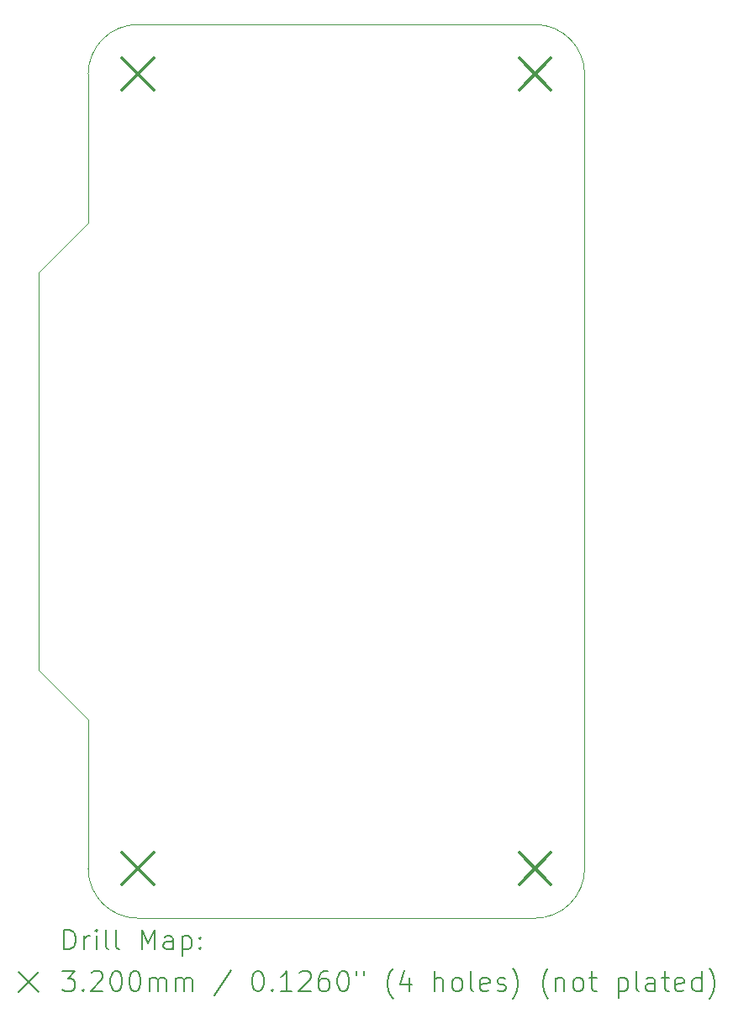
<source format=gbr>
%TF.GenerationSoftware,KiCad,Pcbnew,8.0.5*%
%TF.CreationDate,2024-10-10T20:56:25-06:00*%
%TF.ProjectId,PancakeCNCPCB,50616e63-616b-4654-934e-435043422e6b,rev?*%
%TF.SameCoordinates,Original*%
%TF.FileFunction,Drillmap*%
%TF.FilePolarity,Positive*%
%FSLAX45Y45*%
G04 Gerber Fmt 4.5, Leading zero omitted, Abs format (unit mm)*
G04 Created by KiCad (PCBNEW 8.0.5) date 2024-10-10 20:56:25*
%MOMM*%
%LPD*%
G01*
G04 APERTURE LIST*
%ADD10C,0.050000*%
%ADD11C,0.200000*%
%ADD12C,0.320000*%
G04 APERTURE END LIST*
D10*
X2300000Y-7100000D02*
X2300000Y-11100000D01*
X2800000Y-6600000D02*
X2300000Y-7100000D01*
X2800000Y-5100000D02*
X2800000Y-6600000D01*
X2800000Y-11600000D02*
X2300000Y-11100000D01*
X2800000Y-13100000D02*
X2800000Y-11600000D01*
X7300000Y-4600000D02*
X3300000Y-4600000D01*
X7300000Y-4600000D02*
G75*
G02*
X7800000Y-5100000I0J-500000D01*
G01*
X7800000Y-13100000D02*
X7800000Y-5100000D01*
X7800000Y-13100000D02*
G75*
G02*
X7300000Y-13600000I-500000J0D01*
G01*
X3300000Y-13600000D02*
X7300000Y-13600000D01*
X3300000Y-13600000D02*
G75*
G02*
X2800000Y-13100000I0J500000D01*
G01*
X2800000Y-5100000D02*
G75*
G02*
X3300000Y-4600000I500000J0D01*
G01*
D11*
D12*
X3140000Y-4940000D02*
X3460000Y-5260000D01*
X3460000Y-4940000D02*
X3140000Y-5260000D01*
X3140000Y-12940000D02*
X3460000Y-13260000D01*
X3460000Y-12940000D02*
X3140000Y-13260000D01*
X7140000Y-4940000D02*
X7460000Y-5260000D01*
X7460000Y-4940000D02*
X7140000Y-5260000D01*
X7140000Y-12940000D02*
X7460000Y-13260000D01*
X7460000Y-12940000D02*
X7140000Y-13260000D01*
D11*
X2558277Y-13913984D02*
X2558277Y-13713984D01*
X2558277Y-13713984D02*
X2605896Y-13713984D01*
X2605896Y-13713984D02*
X2634467Y-13723508D01*
X2634467Y-13723508D02*
X2653515Y-13742555D01*
X2653515Y-13742555D02*
X2663039Y-13761603D01*
X2663039Y-13761603D02*
X2672563Y-13799698D01*
X2672563Y-13799698D02*
X2672563Y-13828269D01*
X2672563Y-13828269D02*
X2663039Y-13866365D01*
X2663039Y-13866365D02*
X2653515Y-13885412D01*
X2653515Y-13885412D02*
X2634467Y-13904460D01*
X2634467Y-13904460D02*
X2605896Y-13913984D01*
X2605896Y-13913984D02*
X2558277Y-13913984D01*
X2758277Y-13913984D02*
X2758277Y-13780650D01*
X2758277Y-13818746D02*
X2767801Y-13799698D01*
X2767801Y-13799698D02*
X2777324Y-13790174D01*
X2777324Y-13790174D02*
X2796372Y-13780650D01*
X2796372Y-13780650D02*
X2815420Y-13780650D01*
X2882086Y-13913984D02*
X2882086Y-13780650D01*
X2882086Y-13713984D02*
X2872562Y-13723508D01*
X2872562Y-13723508D02*
X2882086Y-13733031D01*
X2882086Y-13733031D02*
X2891610Y-13723508D01*
X2891610Y-13723508D02*
X2882086Y-13713984D01*
X2882086Y-13713984D02*
X2882086Y-13733031D01*
X3005896Y-13913984D02*
X2986848Y-13904460D01*
X2986848Y-13904460D02*
X2977324Y-13885412D01*
X2977324Y-13885412D02*
X2977324Y-13713984D01*
X3110658Y-13913984D02*
X3091610Y-13904460D01*
X3091610Y-13904460D02*
X3082086Y-13885412D01*
X3082086Y-13885412D02*
X3082086Y-13713984D01*
X3339229Y-13913984D02*
X3339229Y-13713984D01*
X3339229Y-13713984D02*
X3405896Y-13856841D01*
X3405896Y-13856841D02*
X3472562Y-13713984D01*
X3472562Y-13713984D02*
X3472562Y-13913984D01*
X3653515Y-13913984D02*
X3653515Y-13809222D01*
X3653515Y-13809222D02*
X3643991Y-13790174D01*
X3643991Y-13790174D02*
X3624943Y-13780650D01*
X3624943Y-13780650D02*
X3586848Y-13780650D01*
X3586848Y-13780650D02*
X3567801Y-13790174D01*
X3653515Y-13904460D02*
X3634467Y-13913984D01*
X3634467Y-13913984D02*
X3586848Y-13913984D01*
X3586848Y-13913984D02*
X3567801Y-13904460D01*
X3567801Y-13904460D02*
X3558277Y-13885412D01*
X3558277Y-13885412D02*
X3558277Y-13866365D01*
X3558277Y-13866365D02*
X3567801Y-13847317D01*
X3567801Y-13847317D02*
X3586848Y-13837793D01*
X3586848Y-13837793D02*
X3634467Y-13837793D01*
X3634467Y-13837793D02*
X3653515Y-13828269D01*
X3748753Y-13780650D02*
X3748753Y-13980650D01*
X3748753Y-13790174D02*
X3767801Y-13780650D01*
X3767801Y-13780650D02*
X3805896Y-13780650D01*
X3805896Y-13780650D02*
X3824943Y-13790174D01*
X3824943Y-13790174D02*
X3834467Y-13799698D01*
X3834467Y-13799698D02*
X3843991Y-13818746D01*
X3843991Y-13818746D02*
X3843991Y-13875888D01*
X3843991Y-13875888D02*
X3834467Y-13894936D01*
X3834467Y-13894936D02*
X3824943Y-13904460D01*
X3824943Y-13904460D02*
X3805896Y-13913984D01*
X3805896Y-13913984D02*
X3767801Y-13913984D01*
X3767801Y-13913984D02*
X3748753Y-13904460D01*
X3929705Y-13894936D02*
X3939229Y-13904460D01*
X3939229Y-13904460D02*
X3929705Y-13913984D01*
X3929705Y-13913984D02*
X3920182Y-13904460D01*
X3920182Y-13904460D02*
X3929705Y-13894936D01*
X3929705Y-13894936D02*
X3929705Y-13913984D01*
X3929705Y-13790174D02*
X3939229Y-13799698D01*
X3939229Y-13799698D02*
X3929705Y-13809222D01*
X3929705Y-13809222D02*
X3920182Y-13799698D01*
X3920182Y-13799698D02*
X3929705Y-13790174D01*
X3929705Y-13790174D02*
X3929705Y-13809222D01*
X2097500Y-14142500D02*
X2297500Y-14342500D01*
X2297500Y-14142500D02*
X2097500Y-14342500D01*
X2539229Y-14133984D02*
X2663039Y-14133984D01*
X2663039Y-14133984D02*
X2596372Y-14210174D01*
X2596372Y-14210174D02*
X2624944Y-14210174D01*
X2624944Y-14210174D02*
X2643991Y-14219698D01*
X2643991Y-14219698D02*
X2653515Y-14229222D01*
X2653515Y-14229222D02*
X2663039Y-14248269D01*
X2663039Y-14248269D02*
X2663039Y-14295888D01*
X2663039Y-14295888D02*
X2653515Y-14314936D01*
X2653515Y-14314936D02*
X2643991Y-14324460D01*
X2643991Y-14324460D02*
X2624944Y-14333984D01*
X2624944Y-14333984D02*
X2567801Y-14333984D01*
X2567801Y-14333984D02*
X2548753Y-14324460D01*
X2548753Y-14324460D02*
X2539229Y-14314936D01*
X2748753Y-14314936D02*
X2758277Y-14324460D01*
X2758277Y-14324460D02*
X2748753Y-14333984D01*
X2748753Y-14333984D02*
X2739229Y-14324460D01*
X2739229Y-14324460D02*
X2748753Y-14314936D01*
X2748753Y-14314936D02*
X2748753Y-14333984D01*
X2834467Y-14153031D02*
X2843991Y-14143508D01*
X2843991Y-14143508D02*
X2863039Y-14133984D01*
X2863039Y-14133984D02*
X2910658Y-14133984D01*
X2910658Y-14133984D02*
X2929705Y-14143508D01*
X2929705Y-14143508D02*
X2939229Y-14153031D01*
X2939229Y-14153031D02*
X2948753Y-14172079D01*
X2948753Y-14172079D02*
X2948753Y-14191127D01*
X2948753Y-14191127D02*
X2939229Y-14219698D01*
X2939229Y-14219698D02*
X2824943Y-14333984D01*
X2824943Y-14333984D02*
X2948753Y-14333984D01*
X3072562Y-14133984D02*
X3091610Y-14133984D01*
X3091610Y-14133984D02*
X3110658Y-14143508D01*
X3110658Y-14143508D02*
X3120182Y-14153031D01*
X3120182Y-14153031D02*
X3129705Y-14172079D01*
X3129705Y-14172079D02*
X3139229Y-14210174D01*
X3139229Y-14210174D02*
X3139229Y-14257793D01*
X3139229Y-14257793D02*
X3129705Y-14295888D01*
X3129705Y-14295888D02*
X3120182Y-14314936D01*
X3120182Y-14314936D02*
X3110658Y-14324460D01*
X3110658Y-14324460D02*
X3091610Y-14333984D01*
X3091610Y-14333984D02*
X3072562Y-14333984D01*
X3072562Y-14333984D02*
X3053515Y-14324460D01*
X3053515Y-14324460D02*
X3043991Y-14314936D01*
X3043991Y-14314936D02*
X3034467Y-14295888D01*
X3034467Y-14295888D02*
X3024943Y-14257793D01*
X3024943Y-14257793D02*
X3024943Y-14210174D01*
X3024943Y-14210174D02*
X3034467Y-14172079D01*
X3034467Y-14172079D02*
X3043991Y-14153031D01*
X3043991Y-14153031D02*
X3053515Y-14143508D01*
X3053515Y-14143508D02*
X3072562Y-14133984D01*
X3263039Y-14133984D02*
X3282086Y-14133984D01*
X3282086Y-14133984D02*
X3301134Y-14143508D01*
X3301134Y-14143508D02*
X3310658Y-14153031D01*
X3310658Y-14153031D02*
X3320182Y-14172079D01*
X3320182Y-14172079D02*
X3329705Y-14210174D01*
X3329705Y-14210174D02*
X3329705Y-14257793D01*
X3329705Y-14257793D02*
X3320182Y-14295888D01*
X3320182Y-14295888D02*
X3310658Y-14314936D01*
X3310658Y-14314936D02*
X3301134Y-14324460D01*
X3301134Y-14324460D02*
X3282086Y-14333984D01*
X3282086Y-14333984D02*
X3263039Y-14333984D01*
X3263039Y-14333984D02*
X3243991Y-14324460D01*
X3243991Y-14324460D02*
X3234467Y-14314936D01*
X3234467Y-14314936D02*
X3224943Y-14295888D01*
X3224943Y-14295888D02*
X3215420Y-14257793D01*
X3215420Y-14257793D02*
X3215420Y-14210174D01*
X3215420Y-14210174D02*
X3224943Y-14172079D01*
X3224943Y-14172079D02*
X3234467Y-14153031D01*
X3234467Y-14153031D02*
X3243991Y-14143508D01*
X3243991Y-14143508D02*
X3263039Y-14133984D01*
X3415420Y-14333984D02*
X3415420Y-14200650D01*
X3415420Y-14219698D02*
X3424943Y-14210174D01*
X3424943Y-14210174D02*
X3443991Y-14200650D01*
X3443991Y-14200650D02*
X3472563Y-14200650D01*
X3472563Y-14200650D02*
X3491610Y-14210174D01*
X3491610Y-14210174D02*
X3501134Y-14229222D01*
X3501134Y-14229222D02*
X3501134Y-14333984D01*
X3501134Y-14229222D02*
X3510658Y-14210174D01*
X3510658Y-14210174D02*
X3529705Y-14200650D01*
X3529705Y-14200650D02*
X3558277Y-14200650D01*
X3558277Y-14200650D02*
X3577324Y-14210174D01*
X3577324Y-14210174D02*
X3586848Y-14229222D01*
X3586848Y-14229222D02*
X3586848Y-14333984D01*
X3682086Y-14333984D02*
X3682086Y-14200650D01*
X3682086Y-14219698D02*
X3691610Y-14210174D01*
X3691610Y-14210174D02*
X3710658Y-14200650D01*
X3710658Y-14200650D02*
X3739229Y-14200650D01*
X3739229Y-14200650D02*
X3758277Y-14210174D01*
X3758277Y-14210174D02*
X3767801Y-14229222D01*
X3767801Y-14229222D02*
X3767801Y-14333984D01*
X3767801Y-14229222D02*
X3777324Y-14210174D01*
X3777324Y-14210174D02*
X3796372Y-14200650D01*
X3796372Y-14200650D02*
X3824943Y-14200650D01*
X3824943Y-14200650D02*
X3843991Y-14210174D01*
X3843991Y-14210174D02*
X3853515Y-14229222D01*
X3853515Y-14229222D02*
X3853515Y-14333984D01*
X4243991Y-14124460D02*
X4072563Y-14381603D01*
X4501134Y-14133984D02*
X4520182Y-14133984D01*
X4520182Y-14133984D02*
X4539229Y-14143508D01*
X4539229Y-14143508D02*
X4548753Y-14153031D01*
X4548753Y-14153031D02*
X4558277Y-14172079D01*
X4558277Y-14172079D02*
X4567801Y-14210174D01*
X4567801Y-14210174D02*
X4567801Y-14257793D01*
X4567801Y-14257793D02*
X4558277Y-14295888D01*
X4558277Y-14295888D02*
X4548753Y-14314936D01*
X4548753Y-14314936D02*
X4539229Y-14324460D01*
X4539229Y-14324460D02*
X4520182Y-14333984D01*
X4520182Y-14333984D02*
X4501134Y-14333984D01*
X4501134Y-14333984D02*
X4482087Y-14324460D01*
X4482087Y-14324460D02*
X4472563Y-14314936D01*
X4472563Y-14314936D02*
X4463039Y-14295888D01*
X4463039Y-14295888D02*
X4453515Y-14257793D01*
X4453515Y-14257793D02*
X4453515Y-14210174D01*
X4453515Y-14210174D02*
X4463039Y-14172079D01*
X4463039Y-14172079D02*
X4472563Y-14153031D01*
X4472563Y-14153031D02*
X4482087Y-14143508D01*
X4482087Y-14143508D02*
X4501134Y-14133984D01*
X4653515Y-14314936D02*
X4663039Y-14324460D01*
X4663039Y-14324460D02*
X4653515Y-14333984D01*
X4653515Y-14333984D02*
X4643991Y-14324460D01*
X4643991Y-14324460D02*
X4653515Y-14314936D01*
X4653515Y-14314936D02*
X4653515Y-14333984D01*
X4853515Y-14333984D02*
X4739229Y-14333984D01*
X4796372Y-14333984D02*
X4796372Y-14133984D01*
X4796372Y-14133984D02*
X4777325Y-14162555D01*
X4777325Y-14162555D02*
X4758277Y-14181603D01*
X4758277Y-14181603D02*
X4739229Y-14191127D01*
X4929706Y-14153031D02*
X4939229Y-14143508D01*
X4939229Y-14143508D02*
X4958277Y-14133984D01*
X4958277Y-14133984D02*
X5005896Y-14133984D01*
X5005896Y-14133984D02*
X5024944Y-14143508D01*
X5024944Y-14143508D02*
X5034468Y-14153031D01*
X5034468Y-14153031D02*
X5043991Y-14172079D01*
X5043991Y-14172079D02*
X5043991Y-14191127D01*
X5043991Y-14191127D02*
X5034468Y-14219698D01*
X5034468Y-14219698D02*
X4920182Y-14333984D01*
X4920182Y-14333984D02*
X5043991Y-14333984D01*
X5215420Y-14133984D02*
X5177325Y-14133984D01*
X5177325Y-14133984D02*
X5158277Y-14143508D01*
X5158277Y-14143508D02*
X5148753Y-14153031D01*
X5148753Y-14153031D02*
X5129706Y-14181603D01*
X5129706Y-14181603D02*
X5120182Y-14219698D01*
X5120182Y-14219698D02*
X5120182Y-14295888D01*
X5120182Y-14295888D02*
X5129706Y-14314936D01*
X5129706Y-14314936D02*
X5139229Y-14324460D01*
X5139229Y-14324460D02*
X5158277Y-14333984D01*
X5158277Y-14333984D02*
X5196372Y-14333984D01*
X5196372Y-14333984D02*
X5215420Y-14324460D01*
X5215420Y-14324460D02*
X5224944Y-14314936D01*
X5224944Y-14314936D02*
X5234468Y-14295888D01*
X5234468Y-14295888D02*
X5234468Y-14248269D01*
X5234468Y-14248269D02*
X5224944Y-14229222D01*
X5224944Y-14229222D02*
X5215420Y-14219698D01*
X5215420Y-14219698D02*
X5196372Y-14210174D01*
X5196372Y-14210174D02*
X5158277Y-14210174D01*
X5158277Y-14210174D02*
X5139229Y-14219698D01*
X5139229Y-14219698D02*
X5129706Y-14229222D01*
X5129706Y-14229222D02*
X5120182Y-14248269D01*
X5358277Y-14133984D02*
X5377325Y-14133984D01*
X5377325Y-14133984D02*
X5396372Y-14143508D01*
X5396372Y-14143508D02*
X5405896Y-14153031D01*
X5405896Y-14153031D02*
X5415420Y-14172079D01*
X5415420Y-14172079D02*
X5424944Y-14210174D01*
X5424944Y-14210174D02*
X5424944Y-14257793D01*
X5424944Y-14257793D02*
X5415420Y-14295888D01*
X5415420Y-14295888D02*
X5405896Y-14314936D01*
X5405896Y-14314936D02*
X5396372Y-14324460D01*
X5396372Y-14324460D02*
X5377325Y-14333984D01*
X5377325Y-14333984D02*
X5358277Y-14333984D01*
X5358277Y-14333984D02*
X5339229Y-14324460D01*
X5339229Y-14324460D02*
X5329706Y-14314936D01*
X5329706Y-14314936D02*
X5320182Y-14295888D01*
X5320182Y-14295888D02*
X5310658Y-14257793D01*
X5310658Y-14257793D02*
X5310658Y-14210174D01*
X5310658Y-14210174D02*
X5320182Y-14172079D01*
X5320182Y-14172079D02*
X5329706Y-14153031D01*
X5329706Y-14153031D02*
X5339229Y-14143508D01*
X5339229Y-14143508D02*
X5358277Y-14133984D01*
X5501134Y-14133984D02*
X5501134Y-14172079D01*
X5577325Y-14133984D02*
X5577325Y-14172079D01*
X5872563Y-14410174D02*
X5863039Y-14400650D01*
X5863039Y-14400650D02*
X5843991Y-14372079D01*
X5843991Y-14372079D02*
X5834468Y-14353031D01*
X5834468Y-14353031D02*
X5824944Y-14324460D01*
X5824944Y-14324460D02*
X5815420Y-14276841D01*
X5815420Y-14276841D02*
X5815420Y-14238746D01*
X5815420Y-14238746D02*
X5824944Y-14191127D01*
X5824944Y-14191127D02*
X5834468Y-14162555D01*
X5834468Y-14162555D02*
X5843991Y-14143508D01*
X5843991Y-14143508D02*
X5863039Y-14114936D01*
X5863039Y-14114936D02*
X5872563Y-14105412D01*
X6034468Y-14200650D02*
X6034468Y-14333984D01*
X5986848Y-14124460D02*
X5939229Y-14267317D01*
X5939229Y-14267317D02*
X6063039Y-14267317D01*
X6291610Y-14333984D02*
X6291610Y-14133984D01*
X6377325Y-14333984D02*
X6377325Y-14229222D01*
X6377325Y-14229222D02*
X6367801Y-14210174D01*
X6367801Y-14210174D02*
X6348753Y-14200650D01*
X6348753Y-14200650D02*
X6320182Y-14200650D01*
X6320182Y-14200650D02*
X6301134Y-14210174D01*
X6301134Y-14210174D02*
X6291610Y-14219698D01*
X6501134Y-14333984D02*
X6482087Y-14324460D01*
X6482087Y-14324460D02*
X6472563Y-14314936D01*
X6472563Y-14314936D02*
X6463039Y-14295888D01*
X6463039Y-14295888D02*
X6463039Y-14238746D01*
X6463039Y-14238746D02*
X6472563Y-14219698D01*
X6472563Y-14219698D02*
X6482087Y-14210174D01*
X6482087Y-14210174D02*
X6501134Y-14200650D01*
X6501134Y-14200650D02*
X6529706Y-14200650D01*
X6529706Y-14200650D02*
X6548753Y-14210174D01*
X6548753Y-14210174D02*
X6558277Y-14219698D01*
X6558277Y-14219698D02*
X6567801Y-14238746D01*
X6567801Y-14238746D02*
X6567801Y-14295888D01*
X6567801Y-14295888D02*
X6558277Y-14314936D01*
X6558277Y-14314936D02*
X6548753Y-14324460D01*
X6548753Y-14324460D02*
X6529706Y-14333984D01*
X6529706Y-14333984D02*
X6501134Y-14333984D01*
X6682087Y-14333984D02*
X6663039Y-14324460D01*
X6663039Y-14324460D02*
X6653515Y-14305412D01*
X6653515Y-14305412D02*
X6653515Y-14133984D01*
X6834468Y-14324460D02*
X6815420Y-14333984D01*
X6815420Y-14333984D02*
X6777325Y-14333984D01*
X6777325Y-14333984D02*
X6758277Y-14324460D01*
X6758277Y-14324460D02*
X6748753Y-14305412D01*
X6748753Y-14305412D02*
X6748753Y-14229222D01*
X6748753Y-14229222D02*
X6758277Y-14210174D01*
X6758277Y-14210174D02*
X6777325Y-14200650D01*
X6777325Y-14200650D02*
X6815420Y-14200650D01*
X6815420Y-14200650D02*
X6834468Y-14210174D01*
X6834468Y-14210174D02*
X6843991Y-14229222D01*
X6843991Y-14229222D02*
X6843991Y-14248269D01*
X6843991Y-14248269D02*
X6748753Y-14267317D01*
X6920182Y-14324460D02*
X6939230Y-14333984D01*
X6939230Y-14333984D02*
X6977325Y-14333984D01*
X6977325Y-14333984D02*
X6996372Y-14324460D01*
X6996372Y-14324460D02*
X7005896Y-14305412D01*
X7005896Y-14305412D02*
X7005896Y-14295888D01*
X7005896Y-14295888D02*
X6996372Y-14276841D01*
X6996372Y-14276841D02*
X6977325Y-14267317D01*
X6977325Y-14267317D02*
X6948753Y-14267317D01*
X6948753Y-14267317D02*
X6929706Y-14257793D01*
X6929706Y-14257793D02*
X6920182Y-14238746D01*
X6920182Y-14238746D02*
X6920182Y-14229222D01*
X6920182Y-14229222D02*
X6929706Y-14210174D01*
X6929706Y-14210174D02*
X6948753Y-14200650D01*
X6948753Y-14200650D02*
X6977325Y-14200650D01*
X6977325Y-14200650D02*
X6996372Y-14210174D01*
X7072563Y-14410174D02*
X7082087Y-14400650D01*
X7082087Y-14400650D02*
X7101134Y-14372079D01*
X7101134Y-14372079D02*
X7110658Y-14353031D01*
X7110658Y-14353031D02*
X7120182Y-14324460D01*
X7120182Y-14324460D02*
X7129706Y-14276841D01*
X7129706Y-14276841D02*
X7129706Y-14238746D01*
X7129706Y-14238746D02*
X7120182Y-14191127D01*
X7120182Y-14191127D02*
X7110658Y-14162555D01*
X7110658Y-14162555D02*
X7101134Y-14143508D01*
X7101134Y-14143508D02*
X7082087Y-14114936D01*
X7082087Y-14114936D02*
X7072563Y-14105412D01*
X7434468Y-14410174D02*
X7424944Y-14400650D01*
X7424944Y-14400650D02*
X7405896Y-14372079D01*
X7405896Y-14372079D02*
X7396372Y-14353031D01*
X7396372Y-14353031D02*
X7386849Y-14324460D01*
X7386849Y-14324460D02*
X7377325Y-14276841D01*
X7377325Y-14276841D02*
X7377325Y-14238746D01*
X7377325Y-14238746D02*
X7386849Y-14191127D01*
X7386849Y-14191127D02*
X7396372Y-14162555D01*
X7396372Y-14162555D02*
X7405896Y-14143508D01*
X7405896Y-14143508D02*
X7424944Y-14114936D01*
X7424944Y-14114936D02*
X7434468Y-14105412D01*
X7510658Y-14200650D02*
X7510658Y-14333984D01*
X7510658Y-14219698D02*
X7520182Y-14210174D01*
X7520182Y-14210174D02*
X7539230Y-14200650D01*
X7539230Y-14200650D02*
X7567801Y-14200650D01*
X7567801Y-14200650D02*
X7586849Y-14210174D01*
X7586849Y-14210174D02*
X7596372Y-14229222D01*
X7596372Y-14229222D02*
X7596372Y-14333984D01*
X7720182Y-14333984D02*
X7701134Y-14324460D01*
X7701134Y-14324460D02*
X7691611Y-14314936D01*
X7691611Y-14314936D02*
X7682087Y-14295888D01*
X7682087Y-14295888D02*
X7682087Y-14238746D01*
X7682087Y-14238746D02*
X7691611Y-14219698D01*
X7691611Y-14219698D02*
X7701134Y-14210174D01*
X7701134Y-14210174D02*
X7720182Y-14200650D01*
X7720182Y-14200650D02*
X7748753Y-14200650D01*
X7748753Y-14200650D02*
X7767801Y-14210174D01*
X7767801Y-14210174D02*
X7777325Y-14219698D01*
X7777325Y-14219698D02*
X7786849Y-14238746D01*
X7786849Y-14238746D02*
X7786849Y-14295888D01*
X7786849Y-14295888D02*
X7777325Y-14314936D01*
X7777325Y-14314936D02*
X7767801Y-14324460D01*
X7767801Y-14324460D02*
X7748753Y-14333984D01*
X7748753Y-14333984D02*
X7720182Y-14333984D01*
X7843992Y-14200650D02*
X7920182Y-14200650D01*
X7872563Y-14133984D02*
X7872563Y-14305412D01*
X7872563Y-14305412D02*
X7882087Y-14324460D01*
X7882087Y-14324460D02*
X7901134Y-14333984D01*
X7901134Y-14333984D02*
X7920182Y-14333984D01*
X8139230Y-14200650D02*
X8139230Y-14400650D01*
X8139230Y-14210174D02*
X8158277Y-14200650D01*
X8158277Y-14200650D02*
X8196373Y-14200650D01*
X8196373Y-14200650D02*
X8215420Y-14210174D01*
X8215420Y-14210174D02*
X8224944Y-14219698D01*
X8224944Y-14219698D02*
X8234468Y-14238746D01*
X8234468Y-14238746D02*
X8234468Y-14295888D01*
X8234468Y-14295888D02*
X8224944Y-14314936D01*
X8224944Y-14314936D02*
X8215420Y-14324460D01*
X8215420Y-14324460D02*
X8196373Y-14333984D01*
X8196373Y-14333984D02*
X8158277Y-14333984D01*
X8158277Y-14333984D02*
X8139230Y-14324460D01*
X8348753Y-14333984D02*
X8329706Y-14324460D01*
X8329706Y-14324460D02*
X8320182Y-14305412D01*
X8320182Y-14305412D02*
X8320182Y-14133984D01*
X8510658Y-14333984D02*
X8510658Y-14229222D01*
X8510658Y-14229222D02*
X8501135Y-14210174D01*
X8501135Y-14210174D02*
X8482087Y-14200650D01*
X8482087Y-14200650D02*
X8443992Y-14200650D01*
X8443992Y-14200650D02*
X8424944Y-14210174D01*
X8510658Y-14324460D02*
X8491611Y-14333984D01*
X8491611Y-14333984D02*
X8443992Y-14333984D01*
X8443992Y-14333984D02*
X8424944Y-14324460D01*
X8424944Y-14324460D02*
X8415420Y-14305412D01*
X8415420Y-14305412D02*
X8415420Y-14286365D01*
X8415420Y-14286365D02*
X8424944Y-14267317D01*
X8424944Y-14267317D02*
X8443992Y-14257793D01*
X8443992Y-14257793D02*
X8491611Y-14257793D01*
X8491611Y-14257793D02*
X8510658Y-14248269D01*
X8577325Y-14200650D02*
X8653515Y-14200650D01*
X8605896Y-14133984D02*
X8605896Y-14305412D01*
X8605896Y-14305412D02*
X8615420Y-14324460D01*
X8615420Y-14324460D02*
X8634468Y-14333984D01*
X8634468Y-14333984D02*
X8653515Y-14333984D01*
X8796373Y-14324460D02*
X8777325Y-14333984D01*
X8777325Y-14333984D02*
X8739230Y-14333984D01*
X8739230Y-14333984D02*
X8720182Y-14324460D01*
X8720182Y-14324460D02*
X8710658Y-14305412D01*
X8710658Y-14305412D02*
X8710658Y-14229222D01*
X8710658Y-14229222D02*
X8720182Y-14210174D01*
X8720182Y-14210174D02*
X8739230Y-14200650D01*
X8739230Y-14200650D02*
X8777325Y-14200650D01*
X8777325Y-14200650D02*
X8796373Y-14210174D01*
X8796373Y-14210174D02*
X8805896Y-14229222D01*
X8805896Y-14229222D02*
X8805896Y-14248269D01*
X8805896Y-14248269D02*
X8710658Y-14267317D01*
X8977325Y-14333984D02*
X8977325Y-14133984D01*
X8977325Y-14324460D02*
X8958277Y-14333984D01*
X8958277Y-14333984D02*
X8920182Y-14333984D01*
X8920182Y-14333984D02*
X8901135Y-14324460D01*
X8901135Y-14324460D02*
X8891611Y-14314936D01*
X8891611Y-14314936D02*
X8882087Y-14295888D01*
X8882087Y-14295888D02*
X8882087Y-14238746D01*
X8882087Y-14238746D02*
X8891611Y-14219698D01*
X8891611Y-14219698D02*
X8901135Y-14210174D01*
X8901135Y-14210174D02*
X8920182Y-14200650D01*
X8920182Y-14200650D02*
X8958277Y-14200650D01*
X8958277Y-14200650D02*
X8977325Y-14210174D01*
X9053516Y-14410174D02*
X9063039Y-14400650D01*
X9063039Y-14400650D02*
X9082087Y-14372079D01*
X9082087Y-14372079D02*
X9091611Y-14353031D01*
X9091611Y-14353031D02*
X9101135Y-14324460D01*
X9101135Y-14324460D02*
X9110658Y-14276841D01*
X9110658Y-14276841D02*
X9110658Y-14238746D01*
X9110658Y-14238746D02*
X9101135Y-14191127D01*
X9101135Y-14191127D02*
X9091611Y-14162555D01*
X9091611Y-14162555D02*
X9082087Y-14143508D01*
X9082087Y-14143508D02*
X9063039Y-14114936D01*
X9063039Y-14114936D02*
X9053516Y-14105412D01*
M02*

</source>
